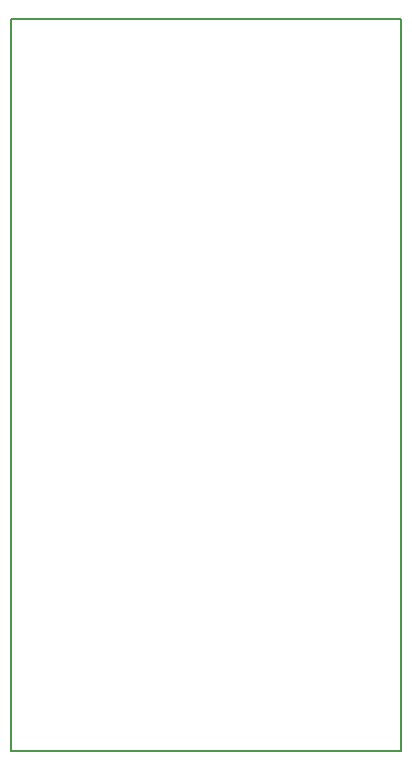
<source format=gbr>
%TF.GenerationSoftware,KiCad,Pcbnew,7.0.5-0*%
%TF.CreationDate,2023-12-18T03:19:47+03:00*%
%TF.ProjectId,zx80-ram-expansion,7a783830-2d72-4616-9d2d-657870616e73,1.0*%
%TF.SameCoordinates,Original*%
%TF.FileFunction,Profile,NP*%
%FSLAX46Y46*%
G04 Gerber Fmt 4.6, Leading zero omitted, Abs format (unit mm)*
G04 Created by KiCad (PCBNEW 7.0.5-0) date 2023-12-18 03:19:47*
%MOMM*%
%LPD*%
G01*
G04 APERTURE LIST*
%TA.AperFunction,Profile*%
%ADD10C,0.200000*%
%TD*%
G04 APERTURE END LIST*
D10*
X108000000Y-68000000D02*
X141000000Y-68000000D01*
X141000000Y-130000000D01*
X108000000Y-130000000D01*
X108000000Y-68000000D01*
M02*

</source>
